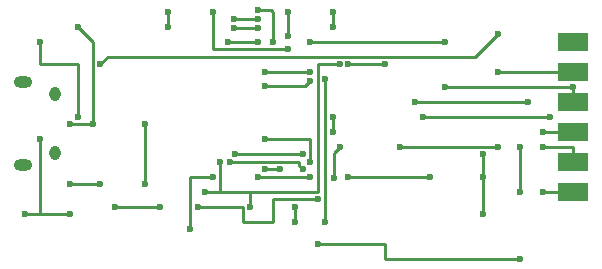
<source format=gbl>
G04 #@! TF.FileFunction,Copper,L2,Bot,Signal*
%FSLAX46Y46*%
G04 Gerber Fmt 4.6, Leading zero omitted, Abs format (unit mm)*
G04 Created by KiCad (PCBNEW 4.0.0-rc1-stable) date 11/29/2015 8:40:08 PM*
%MOMM*%
G01*
G04 APERTURE LIST*
%ADD10C,0.100000*%
%ADD11R,2.540000X1.524000*%
%ADD12O,0.950000X1.250000*%
%ADD13O,1.550000X1.000000*%
%ADD14C,0.600000*%
%ADD15C,0.250000*%
G04 APERTURE END LIST*
D10*
D11*
X175895000Y-107950000D03*
X175895000Y-110490000D03*
X175895000Y-113030000D03*
X175895000Y-115570000D03*
X175895000Y-118110000D03*
X175895000Y-120650000D03*
D12*
X132080000Y-112395000D03*
X132080000Y-117395000D03*
D13*
X129380000Y-111395000D03*
X129380000Y-118395000D03*
D14*
X133350000Y-120015000D03*
X135890000Y-120015000D03*
X135890000Y-109855000D03*
X169545000Y-107315000D03*
X173355000Y-115570000D03*
X130810000Y-116205000D03*
X129540000Y-122555000D03*
X133350000Y-122555000D03*
X137160000Y-121920000D03*
X140970000Y-121976615D03*
X148590000Y-121920000D03*
X144780000Y-120650000D03*
X146050000Y-118110000D03*
X156210000Y-109855000D03*
X156845000Y-109855000D03*
X160020000Y-109855000D03*
X162560000Y-113030000D03*
X172085000Y-113030000D03*
X133985000Y-114300000D03*
X133985000Y-114300000D03*
X130810000Y-107950000D03*
X168275000Y-122555000D03*
X156845000Y-119380000D03*
X163830000Y-119380000D03*
X153670000Y-119380000D03*
X149225000Y-119380000D03*
X145415000Y-119380000D03*
X143510000Y-123825000D03*
X168275000Y-119380000D03*
X168275000Y-117475000D03*
X135255000Y-114935000D03*
X133350000Y-114935000D03*
X133985000Y-106680000D03*
X149860000Y-111750010D03*
X153670000Y-111290003D03*
X154940000Y-111125000D03*
X154940000Y-123190000D03*
X171450000Y-126365000D03*
X154305000Y-125095000D03*
X152400000Y-123190000D03*
X152400000Y-121920000D03*
X151765000Y-107470013D03*
X151765000Y-105410000D03*
X149225000Y-106045000D03*
X147214990Y-106045000D03*
X149225000Y-106845003D03*
X147214990Y-106845003D03*
X141605000Y-106680000D03*
X141605000Y-105410000D03*
X156210000Y-116840000D03*
X155699449Y-119504449D03*
X153035000Y-118745000D03*
X146849907Y-118122312D03*
X151765000Y-108585000D03*
X145415000Y-105410000D03*
X154305000Y-121285000D03*
X144145000Y-121920000D03*
X139700000Y-120015000D03*
X139700000Y-114935000D03*
X173355000Y-120650000D03*
X171450000Y-120650000D03*
X171450000Y-116840000D03*
X163195000Y-114300000D03*
X173990000Y-114300000D03*
X149860000Y-116205000D03*
X153670000Y-118110000D03*
X161290000Y-116840000D03*
X169545000Y-116840000D03*
X169545000Y-110490000D03*
X175895000Y-111760000D03*
X165100000Y-111760000D03*
X165100000Y-107950000D03*
X153670000Y-107950000D03*
X153670000Y-110490000D03*
X149860000Y-110490000D03*
X149225000Y-107950000D03*
X146685000Y-107950000D03*
X173355000Y-116840000D03*
X149860000Y-118745000D03*
X151130000Y-118745000D03*
X150495000Y-107950000D03*
X149225000Y-105244997D03*
X147320000Y-117475000D03*
X153035000Y-117475000D03*
X155575000Y-115570000D03*
X155575000Y-114300000D03*
X155575000Y-106680000D03*
X155575000Y-105410000D03*
D15*
X135890000Y-120015000D02*
X133350000Y-120015000D01*
X167640000Y-109220000D02*
X136525000Y-109220000D01*
X136525000Y-109220000D02*
X135890000Y-109855000D01*
X169545000Y-107315000D02*
X167640000Y-109220000D01*
X175895000Y-115570000D02*
X173355000Y-115570000D01*
X130810000Y-122555000D02*
X129540000Y-122555000D01*
X133350000Y-122555000D02*
X130810000Y-122555000D01*
X130810000Y-122555000D02*
X130810000Y-116205000D01*
X137216615Y-121976615D02*
X137160000Y-121920000D01*
X140970000Y-121976615D02*
X137216615Y-121976615D01*
X148590000Y-120650000D02*
X146050000Y-120650000D01*
X154305000Y-120650000D02*
X148590000Y-120650000D01*
X148590000Y-120650000D02*
X148590000Y-121920000D01*
X146050000Y-120650000D02*
X144780000Y-120650000D01*
X146050000Y-120650000D02*
X146050000Y-118110000D01*
X154305000Y-109855000D02*
X154305000Y-120650000D01*
X156210000Y-109855000D02*
X154305000Y-109855000D01*
X160020000Y-109855000D02*
X156845000Y-109855000D01*
X172085000Y-113030000D02*
X162560000Y-113030000D01*
X133985000Y-109855000D02*
X133985000Y-114300000D01*
X130810000Y-109855000D02*
X133985000Y-109855000D01*
X130810000Y-107950000D02*
X130810000Y-109855000D01*
X168275000Y-119380000D02*
X168275000Y-122555000D01*
X156845000Y-119380000D02*
X158115000Y-119380000D01*
X163830000Y-119380000D02*
X158115000Y-119380000D01*
X149225000Y-119380000D02*
X153670000Y-119380000D01*
X143510000Y-119380000D02*
X145415000Y-119380000D01*
X143510000Y-123825000D02*
X143510000Y-119380000D01*
X168275000Y-117475000D02*
X168275000Y-119380000D01*
X135128765Y-114935000D02*
X133350000Y-114935000D01*
X135255000Y-114935000D02*
X135128765Y-114935000D01*
X135255000Y-113955002D02*
X135255000Y-114935000D01*
X135255000Y-107950000D02*
X135255000Y-113955002D01*
X133985000Y-106680000D02*
X135255000Y-107950000D01*
X149860000Y-111750010D02*
X153209993Y-111750010D01*
X153209993Y-111750010D02*
X153670000Y-111290003D01*
X154940000Y-123190000D02*
X154940000Y-111125000D01*
X160020000Y-126365000D02*
X171450000Y-126365000D01*
X160020000Y-125095000D02*
X160020000Y-126365000D01*
X154305000Y-125095000D02*
X160020000Y-125095000D01*
X152400000Y-121920000D02*
X152400000Y-123190000D01*
X151765000Y-105410000D02*
X151765000Y-107470013D01*
X147214990Y-106045000D02*
X149225000Y-106045000D01*
X147214990Y-106845003D02*
X149225000Y-106845003D01*
X141605000Y-105410000D02*
X141605000Y-106680000D01*
X155699449Y-117350551D02*
X156210000Y-116840000D01*
X155699449Y-119504449D02*
X155699449Y-117350551D01*
X152744998Y-118110000D02*
X152744998Y-118454998D01*
X152744998Y-118454998D02*
X153035000Y-118745000D01*
X147286483Y-118110000D02*
X152744998Y-118110000D01*
X146849907Y-118122312D02*
X147274171Y-118122312D01*
X147274171Y-118122312D02*
X147286483Y-118110000D01*
X145415000Y-108585000D02*
X151765000Y-108585000D01*
X145415000Y-106045000D02*
X145415000Y-108585000D01*
X145415000Y-105410000D02*
X145415000Y-106045000D01*
X150495000Y-121285000D02*
X154305000Y-121285000D01*
X150495000Y-123190000D02*
X150495000Y-121285000D01*
X147955000Y-123190000D02*
X150495000Y-123190000D01*
X147955000Y-121920000D02*
X147955000Y-123190000D01*
X144145000Y-121920000D02*
X147955000Y-121920000D01*
X139700000Y-114935000D02*
X139700000Y-120015000D01*
X173355000Y-120650000D02*
X175895000Y-120650000D01*
X171450000Y-116840000D02*
X171450000Y-120650000D01*
X173990000Y-114300000D02*
X163195000Y-114300000D01*
X153670000Y-116205000D02*
X149860000Y-116205000D01*
X153670000Y-118110000D02*
X153670000Y-116205000D01*
X169545000Y-116840000D02*
X161290000Y-116840000D01*
X175895000Y-110490000D02*
X169545000Y-110490000D01*
X175895000Y-113030000D02*
X175895000Y-111760000D01*
X165100000Y-111760000D02*
X175895000Y-111760000D01*
X153670000Y-107950000D02*
X165100000Y-107950000D01*
X149860000Y-110490000D02*
X153670000Y-110490000D01*
X146685000Y-107950000D02*
X149225000Y-107950000D01*
X175895000Y-116840000D02*
X175895000Y-118110000D01*
X173355000Y-116840000D02*
X175895000Y-116840000D01*
X151130000Y-118745000D02*
X149860000Y-118745000D01*
X150329997Y-105244997D02*
X150495000Y-105410000D01*
X150495000Y-105410000D02*
X150495000Y-107950000D01*
X149225000Y-105244997D02*
X150329997Y-105244997D01*
X153035000Y-117475000D02*
X147320000Y-117475000D01*
X155575000Y-114300000D02*
X155575000Y-115570000D01*
X155575000Y-105410000D02*
X155575000Y-106680000D01*
M02*

</source>
